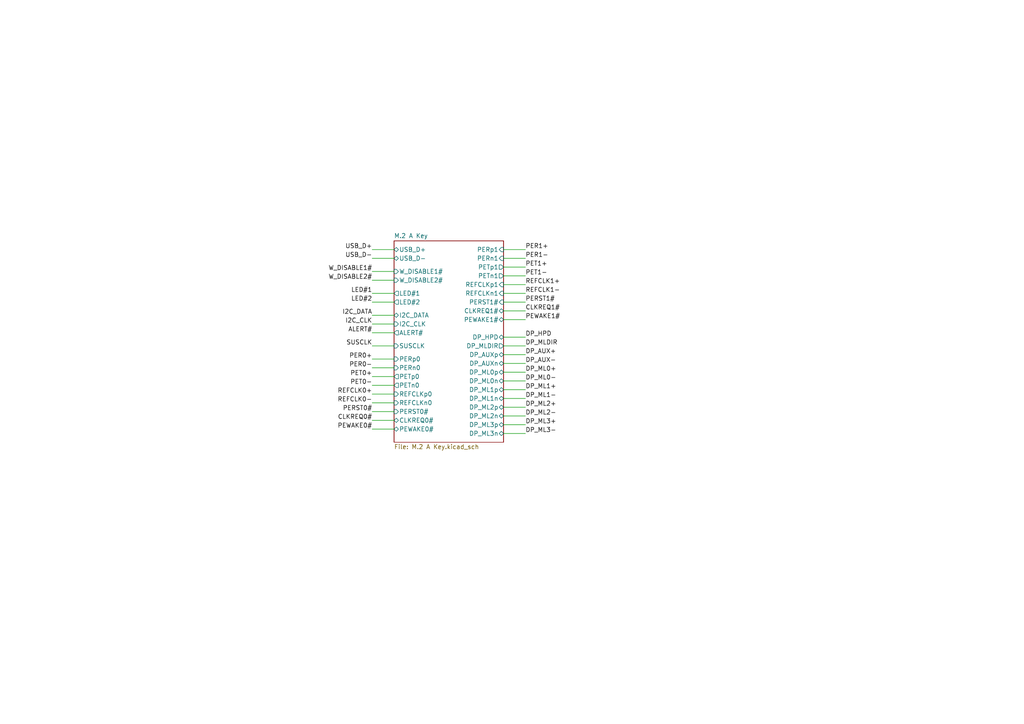
<source format=kicad_sch>
(kicad_sch
	(version 20250114)
	(generator "eeschema")
	(generator_version "9.0")
	(uuid "5de9800e-b95b-4308-b91f-acb238a29bf8")
	(paper "A4")
	(lib_symbols)
	(wire
		(pts
			(xy 107.95 78.74) (xy 114.3 78.74)
		)
		(stroke
			(width 0)
			(type default)
		)
		(uuid "030c815f-1450-461f-bf9a-d17e551d1aa7")
	)
	(wire
		(pts
			(xy 146.05 80.01) (xy 152.4 80.01)
		)
		(stroke
			(width 0)
			(type default)
		)
		(uuid "0667aeaf-7739-42fa-ae6d-20fcb1bd3f73")
	)
	(wire
		(pts
			(xy 146.05 125.73) (xy 152.4 125.73)
		)
		(stroke
			(width 0)
			(type default)
		)
		(uuid "0a07f5c2-891b-487a-b663-809c33fc3a7c")
	)
	(wire
		(pts
			(xy 107.95 111.76) (xy 114.3 111.76)
		)
		(stroke
			(width 0)
			(type default)
		)
		(uuid "0b05ea68-eaed-4299-8dc8-6d16cbc18423")
	)
	(wire
		(pts
			(xy 146.05 90.17) (xy 152.4 90.17)
		)
		(stroke
			(width 0)
			(type default)
		)
		(uuid "0d009fe0-ad07-47ce-b02d-11a28aa14b07")
	)
	(wire
		(pts
			(xy 146.05 123.19) (xy 152.4 123.19)
		)
		(stroke
			(width 0)
			(type default)
		)
		(uuid "0f0fe62d-af46-4f60-bb41-4896bb9abb28")
	)
	(wire
		(pts
			(xy 107.95 93.98) (xy 114.3 93.98)
		)
		(stroke
			(width 0)
			(type default)
		)
		(uuid "1044014d-87a8-4f81-9950-ad656c1d655d")
	)
	(wire
		(pts
			(xy 146.05 74.93) (xy 152.4 74.93)
		)
		(stroke
			(width 0)
			(type default)
		)
		(uuid "1faca7f9-b5c4-42dc-a502-d1471014c734")
	)
	(wire
		(pts
			(xy 146.05 120.65) (xy 152.4 120.65)
		)
		(stroke
			(width 0)
			(type default)
		)
		(uuid "2ff9a37f-0134-498b-ba41-376dee038ce3")
	)
	(wire
		(pts
			(xy 146.05 102.87) (xy 152.4 102.87)
		)
		(stroke
			(width 0)
			(type default)
		)
		(uuid "2ffc093b-24c5-48b7-8422-f5e154635e74")
	)
	(wire
		(pts
			(xy 107.95 87.63) (xy 114.3 87.63)
		)
		(stroke
			(width 0)
			(type default)
		)
		(uuid "41a12358-f205-412d-9a37-6a2dee9027f7")
	)
	(wire
		(pts
			(xy 107.95 81.28) (xy 114.3 81.28)
		)
		(stroke
			(width 0)
			(type default)
		)
		(uuid "4b02b699-6f1a-40a4-89ec-d7811364e930")
	)
	(wire
		(pts
			(xy 107.95 109.22) (xy 114.3 109.22)
		)
		(stroke
			(width 0)
			(type default)
		)
		(uuid "569a3940-e7f0-483e-844d-0b17eedb25ea")
	)
	(wire
		(pts
			(xy 107.95 72.39) (xy 114.3 72.39)
		)
		(stroke
			(width 0)
			(type default)
		)
		(uuid "600cbdaa-5ce5-4ccd-ad5d-7c2066abfd96")
	)
	(wire
		(pts
			(xy 146.05 105.41) (xy 152.4 105.41)
		)
		(stroke
			(width 0)
			(type default)
		)
		(uuid "60b9c6e4-35d1-40be-8f99-ca993f57e240")
	)
	(wire
		(pts
			(xy 107.95 104.14) (xy 114.3 104.14)
		)
		(stroke
			(width 0)
			(type default)
		)
		(uuid "6a454050-252b-4baa-ac62-f4ea59ec6f48")
	)
	(wire
		(pts
			(xy 107.95 121.92) (xy 114.3 121.92)
		)
		(stroke
			(width 0)
			(type default)
		)
		(uuid "73480247-c292-42ef-8a5e-13f026284d7d")
	)
	(wire
		(pts
			(xy 107.95 119.38) (xy 114.3 119.38)
		)
		(stroke
			(width 0)
			(type default)
		)
		(uuid "84684fc5-a802-4d60-bfe5-cb0b387ccf6a")
	)
	(wire
		(pts
			(xy 107.95 106.68) (xy 114.3 106.68)
		)
		(stroke
			(width 0)
			(type default)
		)
		(uuid "94a99751-cb79-476e-8ed0-773f3285a3d7")
	)
	(wire
		(pts
			(xy 146.05 82.55) (xy 152.4 82.55)
		)
		(stroke
			(width 0)
			(type default)
		)
		(uuid "9bc9838a-e063-4f52-9bd7-c253e5ec545d")
	)
	(wire
		(pts
			(xy 107.95 91.44) (xy 114.3 91.44)
		)
		(stroke
			(width 0)
			(type default)
		)
		(uuid "9bf8e698-d845-4306-bec8-502c915b4103")
	)
	(wire
		(pts
			(xy 146.05 77.47) (xy 152.4 77.47)
		)
		(stroke
			(width 0)
			(type default)
		)
		(uuid "a5dff383-13d6-46b1-a3c2-3f41e4c8ff2f")
	)
	(wire
		(pts
			(xy 146.05 72.39) (xy 152.4 72.39)
		)
		(stroke
			(width 0)
			(type default)
		)
		(uuid "a6d83646-da0b-4a04-8ec5-6293ae8d385c")
	)
	(wire
		(pts
			(xy 146.05 87.63) (xy 152.4 87.63)
		)
		(stroke
			(width 0)
			(type default)
		)
		(uuid "a75acd46-f006-4591-9c96-f0ccd0262df9")
	)
	(wire
		(pts
			(xy 146.05 118.11) (xy 152.4 118.11)
		)
		(stroke
			(width 0)
			(type default)
		)
		(uuid "a7d20ad0-87ac-4037-bd06-7fbfcfeec7ad")
	)
	(wire
		(pts
			(xy 107.95 100.33) (xy 114.3 100.33)
		)
		(stroke
			(width 0)
			(type default)
		)
		(uuid "b2321056-9c07-423d-b8eb-41fa672636f0")
	)
	(wire
		(pts
			(xy 146.05 92.71) (xy 152.4 92.71)
		)
		(stroke
			(width 0)
			(type default)
		)
		(uuid "c03687d9-2a69-44f9-a6a9-bd4920368ff8")
	)
	(wire
		(pts
			(xy 107.95 124.46) (xy 114.3 124.46)
		)
		(stroke
			(width 0)
			(type default)
		)
		(uuid "caca7d96-39cb-4ba6-90fa-9861bc891f42")
	)
	(wire
		(pts
			(xy 146.05 113.03) (xy 152.4 113.03)
		)
		(stroke
			(width 0)
			(type default)
		)
		(uuid "cf9743d3-0681-4c0a-9c83-a22f3858db43")
	)
	(wire
		(pts
			(xy 107.95 74.93) (xy 114.3 74.93)
		)
		(stroke
			(width 0)
			(type default)
		)
		(uuid "d1eeb157-bb25-4832-a3d1-eac420ef7523")
	)
	(wire
		(pts
			(xy 146.05 115.57) (xy 152.4 115.57)
		)
		(stroke
			(width 0)
			(type default)
		)
		(uuid "d58f2057-bb2f-4e53-b11b-eb50b794937b")
	)
	(wire
		(pts
			(xy 146.05 100.33) (xy 152.4 100.33)
		)
		(stroke
			(width 0)
			(type default)
		)
		(uuid "d5d6e5ce-f742-46c6-a644-230bbe1271e3")
	)
	(wire
		(pts
			(xy 146.05 110.49) (xy 152.4 110.49)
		)
		(stroke
			(width 0)
			(type default)
		)
		(uuid "e2b48ddf-b891-45bb-8842-5511ab9a5196")
	)
	(wire
		(pts
			(xy 107.95 85.09) (xy 114.3 85.09)
		)
		(stroke
			(width 0)
			(type default)
		)
		(uuid "e9fb6767-0d13-44dd-a367-640a186dc76e")
	)
	(wire
		(pts
			(xy 107.95 116.84) (xy 114.3 116.84)
		)
		(stroke
			(width 0)
			(type default)
		)
		(uuid "ed7039ab-b41d-4848-b947-bc2874fd1159")
	)
	(wire
		(pts
			(xy 107.95 114.3) (xy 114.3 114.3)
		)
		(stroke
			(width 0)
			(type default)
		)
		(uuid "f11ade37-6107-4767-9770-e2786af3e859")
	)
	(wire
		(pts
			(xy 146.05 85.09) (xy 152.4 85.09)
		)
		(stroke
			(width 0)
			(type default)
		)
		(uuid "f5348d6c-ee23-49aa-a10d-d4eb645f5a1f")
	)
	(wire
		(pts
			(xy 107.95 96.52) (xy 114.3 96.52)
		)
		(stroke
			(width 0)
			(type default)
		)
		(uuid "f67b9a54-49d9-4980-85d2-de7993bf9a6b")
	)
	(wire
		(pts
			(xy 146.05 107.95) (xy 152.4 107.95)
		)
		(stroke
			(width 0)
			(type default)
		)
		(uuid "f6842410-05b0-4259-bb46-55e7aa0497f9")
	)
	(wire
		(pts
			(xy 146.05 97.79) (xy 152.4 97.79)
		)
		(stroke
			(width 0)
			(type default)
		)
		(uuid "fcf8c6e7-0e24-4a60-bbda-6955f9eec7ba")
	)
	(label "USB_D-"
		(at 107.95 74.93 180)
		(effects
			(font
				(size 1.27 1.27)
			)
			(justify right bottom)
		)
		(uuid "199c4d27-a6dd-4b7b-a487-8bce6bccf1a7")
	)
	(label "PER1+"
		(at 152.4 72.39 0)
		(effects
			(font
				(size 1.27 1.27)
			)
			(justify left bottom)
		)
		(uuid "2d0f8346-7810-4d8a-be0b-7492de57e4fa")
	)
	(label "PERST0#"
		(at 107.95 119.38 180)
		(effects
			(font
				(size 1.27 1.27)
			)
			(justify right bottom)
		)
		(uuid "47353b0a-9929-4e21-8197-f2d203935414")
	)
	(label "DP_HPD"
		(at 152.4 97.79 0)
		(effects
			(font
				(size 1.27 1.27)
			)
			(justify left bottom)
		)
		(uuid "5ed120e4-eb54-40be-a333-abda9bd6cb6c")
	)
	(label "DP_ML2-"
		(at 152.4 120.65 0)
		(effects
			(font
				(size 1.27 1.27)
			)
			(justify left bottom)
		)
		(uuid "5f698fd0-1303-493a-a5dd-e3c45fdb72c8")
	)
	(label "REFCLK0+"
		(at 107.95 114.3 180)
		(effects
			(font
				(size 1.27 1.27)
			)
			(justify right bottom)
		)
		(uuid "6a3a9257-7f1d-4b63-b814-732e0a11aefb")
	)
	(label "DP_ML3+"
		(at 152.4 123.19 0)
		(effects
			(font
				(size 1.27 1.27)
			)
			(justify left bottom)
		)
		(uuid "6b8da734-579a-442b-bbfe-f628d11b5983")
	)
	(label "SUSCLK"
		(at 107.95 100.33 180)
		(effects
			(font
				(size 1.27 1.27)
			)
			(justify right bottom)
		)
		(uuid "6e253d34-2b63-490b-9a51-9b0eab9b99e7")
	)
	(label "PER0+"
		(at 107.95 104.14 180)
		(effects
			(font
				(size 1.27 1.27)
			)
			(justify right bottom)
		)
		(uuid "6f5b7f49-655f-4f66-9db6-bcc4c85820be")
	)
	(label "PERST1#"
		(at 152.4 87.63 0)
		(effects
			(font
				(size 1.27 1.27)
			)
			(justify left bottom)
		)
		(uuid "72b95c65-dee5-4b29-bf70-81252ca7d55a")
	)
	(label "PET1+"
		(at 152.4 77.47 0)
		(effects
			(font
				(size 1.27 1.27)
			)
			(justify left bottom)
		)
		(uuid "776029d8-5875-415f-83b5-9ef5a80db42e")
	)
	(label "I2C_DATA"
		(at 107.95 91.44 180)
		(effects
			(font
				(size 1.27 1.27)
			)
			(justify right bottom)
		)
		(uuid "77b176c6-19ef-4161-a334-d880fa059286")
	)
	(label "PET0-"
		(at 107.95 111.76 180)
		(effects
			(font
				(size 1.27 1.27)
			)
			(justify right bottom)
		)
		(uuid "80a4fcb0-03ae-4e91-bbd5-8295e7464e03")
	)
	(label "CLKREQ1#"
		(at 152.4 90.17 0)
		(effects
			(font
				(size 1.27 1.27)
			)
			(justify left bottom)
		)
		(uuid "85b446e4-08b0-4b81-836b-9096dfff72b1")
	)
	(label "W_DISABLE2#"
		(at 107.95 81.28 180)
		(effects
			(font
				(size 1.27 1.27)
			)
			(justify right bottom)
		)
		(uuid "958746f8-ebcc-477b-b548-3fbc44694677")
	)
	(label "DP_ML3-"
		(at 152.4 125.73 0)
		(effects
			(font
				(size 1.27 1.27)
			)
			(justify left bottom)
		)
		(uuid "98fb403b-0692-4dd7-a700-f73219626675")
	)
	(label "PET0+"
		(at 107.95 109.22 180)
		(effects
			(font
				(size 1.27 1.27)
			)
			(justify right bottom)
		)
		(uuid "a1afaab7-4c78-46da-bce1-faf52840ee6a")
	)
	(label "PER1-"
		(at 152.4 74.93 0)
		(effects
			(font
				(size 1.27 1.27)
			)
			(justify left bottom)
		)
		(uuid "aa208605-b440-471c-b280-5ca6a36d4398")
	)
	(label "DP_ML1-"
		(at 152.4 115.57 0)
		(effects
			(font
				(size 1.27 1.27)
			)
			(justify left bottom)
		)
		(uuid "ab0d76b4-e6c3-439a-94b3-714b9dcf0dd3")
	)
	(label "ALERT#"
		(at 107.95 96.52 180)
		(effects
			(font
				(size 1.27 1.27)
			)
			(justify right bottom)
		)
		(uuid "af2591f8-e67c-45b6-839d-64b996a48096")
	)
	(label "REFCLK0-"
		(at 107.95 116.84 180)
		(effects
			(font
				(size 1.27 1.27)
			)
			(justify right bottom)
		)
		(uuid "b1d60f18-063e-4044-94ed-3c09cd6d4a36")
	)
	(label "DP_MLDIR"
		(at 152.4 100.33 0)
		(effects
			(font
				(size 1.27 1.27)
			)
			(justify left bottom)
		)
		(uuid "b83242f3-6638-4088-8b98-ca7e1e09d1b8")
	)
	(label "DP_ML1+"
		(at 152.4 113.03 0)
		(effects
			(font
				(size 1.27 1.27)
			)
			(justify left bottom)
		)
		(uuid "c08e0cc3-3b20-43a5-a2e4-78d36abb9137")
	)
	(label "DP_ML2+"
		(at 152.4 118.11 0)
		(effects
			(font
				(size 1.27 1.27)
			)
			(justify left bottom)
		)
		(uuid "c15cd7f0-c9c7-4892-b5ce-c9be65090fa8")
	)
	(label "DP_ML0+"
		(at 152.4 107.95 0)
		(effects
			(font
				(size 1.27 1.27)
			)
			(justify left bottom)
		)
		(uuid "c33f37f4-6bf8-4e51-94b4-c67d1acd473b")
	)
	(label "PEWAKE1#"
		(at 152.4 92.71 0)
		(effects
			(font
				(size 1.27 1.27)
			)
			(justify left bottom)
		)
		(uuid "c35840d2-2028-4290-9122-1e612e82eedc")
	)
	(label "PER0-"
		(at 107.95 106.68 180)
		(effects
			(font
				(size 1.27 1.27)
			)
			(justify right bottom)
		)
		(uuid "c90fa48a-e64a-4293-ae10-dc4d34d211c4")
	)
	(label "W_DISABLE1#"
		(at 107.95 78.74 180)
		(effects
			(font
				(size 1.27 1.27)
			)
			(justify right bottom)
		)
		(uuid "d4377747-a30a-4b50-aec6-9a74c17daab6")
	)
	(label "DP_AUX-"
		(at 152.4 105.41 0)
		(effects
			(font
				(size 1.27 1.27)
			)
			(justify left bottom)
		)
		(uuid "d5bb66d0-137b-40d2-90db-bf3a701c1db2")
	)
	(label "LED#2"
		(at 107.95 87.63 180)
		(effects
			(font
				(size 1.27 1.27)
			)
			(justify right bottom)
		)
		(uuid "d683244e-4df8-4d20-91eb-105abcb2a895")
	)
	(label "REFCLK1-"
		(at 152.4 85.09 0)
		(effects
			(font
				(size 1.27 1.27)
			)
			(justify left bottom)
		)
		(uuid "da6be27d-a023-4ffe-a9fd-5be119460e51")
	)
	(label "USB_D+"
		(at 107.95 72.39 180)
		(effects
			(font
				(size 1.27 1.27)
			)
			(justify right bottom)
		)
		(uuid "dd39330f-7269-4b50-a60e-ecc1078b871c")
	)
	(label "PET1-"
		(at 152.4 80.01 0)
		(effects
			(font
				(size 1.27 1.27)
			)
			(justify left bottom)
		)
		(uuid "df4eaaf8-d6cc-4cae-9159-3c512e5d9cbf")
	)
	(label "CLKREQ0#"
		(at 107.95 121.92 180)
		(effects
			(font
				(size 1.27 1.27)
			)
			(justify right bottom)
		)
		(uuid "e29f910e-4162-4db4-9364-32b3a13120c5")
	)
	(label "DP_AUX+"
		(at 152.4 102.87 0)
		(effects
			(font
				(size 1.27 1.27)
			)
			(justify left bottom)
		)
		(uuid "e3bce0fb-e8d5-4d34-85fa-48043265ded4")
	)
	(label "PEWAKE0#"
		(at 107.95 124.46 180)
		(effects
			(font
				(size 1.27 1.27)
			)
			(justify right bottom)
		)
		(uuid "e8a63d1c-e7bc-4ccc-8d06-30e2f208d253")
	)
	(label "REFCLK1+"
		(at 152.4 82.55 0)
		(effects
			(font
				(size 1.27 1.27)
			)
			(justify left bottom)
		)
		(uuid "f0187328-42d8-45f1-bb9f-58bb9e210b76")
	)
	(label "DP_ML0-"
		(at 152.4 110.49 0)
		(effects
			(font
				(size 1.27 1.27)
			)
			(justify left bottom)
		)
		(uuid "f6bc80de-772f-4f70-8925-678e751c0d97")
	)
	(label "LED#1"
		(at 107.95 85.09 180)
		(effects
			(font
				(size 1.27 1.27)
			)
			(justify right bottom)
		)
		(uuid "fc9f47ee-071c-4b40-aae2-cb27344febdd")
	)
	(label "I2C_CLK"
		(at 107.95 93.98 180)
		(effects
			(font
				(size 1.27 1.27)
			)
			(justify right bottom)
		)
		(uuid "fd7b78ce-9779-4786-b249-2cf47f446f96")
	)
	(sheet
		(at 114.3 69.85)
		(size 31.75 58.42)
		(exclude_from_sim no)
		(in_bom yes)
		(on_board yes)
		(dnp no)
		(fields_autoplaced yes)
		(stroke
			(width 0.1524)
			(type solid)
		)
		(fill
			(color 0 0 0 0.0000)
		)
		(uuid "cc3f7226-2d92-4cf1-94ff-a54a17db1034")
		(property "Sheetname" "M.2 A Key"
			(at 114.3 69.1384 0)
			(effects
				(font
					(size 1.27 1.27)
				)
				(justify left bottom)
			)
		)
		(property "Sheetfile" "M.2 A Key.kicad_sch"
			(at 114.3 128.8546 0)
			(effects
				(font
					(size 1.27 1.27)
				)
				(justify left top)
			)
		)
		(pin "USB_D+" bidirectional
			(at 114.3 72.39 180)
			(uuid "f84c419a-69b8-4468-aeb1-3ebd9daf920c")
			(effects
				(font
					(size 1.27 1.27)
				)
				(justify left)
			)
		)
		(pin "USB_D-" bidirectional
			(at 114.3 74.93 180)
			(uuid "4d78d42c-1959-45a5-90dc-ff0d3b83486a")
			(effects
				(font
					(size 1.27 1.27)
				)
				(justify left)
			)
		)
		(pin "W_DISABLE1#" input
			(at 114.3 78.74 180)
			(uuid "641529f7-0164-42f0-9672-5dd968498808")
			(effects
				(font
					(size 1.27 1.27)
				)
				(justify left)
			)
		)
		(pin "W_DISABLE2#" input
			(at 114.3 81.28 180)
			(uuid "65542ac0-d3fe-46da-9c3f-06da5bc80a88")
			(effects
				(font
					(size 1.27 1.27)
				)
				(justify left)
			)
		)
		(pin "LED#1" output
			(at 114.3 85.09 180)
			(uuid "6bf14b6a-a44d-4543-805c-6a964b4fd23e")
			(effects
				(font
					(size 1.27 1.27)
				)
				(justify left)
			)
		)
		(pin "LED#2" output
			(at 114.3 87.63 180)
			(uuid "7ec271ac-ecc0-4837-92c6-849d19eb79e1")
			(effects
				(font
					(size 1.27 1.27)
				)
				(justify left)
			)
		)
		(pin "I2C_DATA" bidirectional
			(at 114.3 91.44 180)
			(uuid "8844b8b0-2f65-45cc-9e66-96c57f704772")
			(effects
				(font
					(size 1.27 1.27)
				)
				(justify left)
			)
		)
		(pin "I2C_CLK" input
			(at 114.3 93.98 180)
			(uuid "f8c512e6-88df-468a-b717-acfe5a3d2fe2")
			(effects
				(font
					(size 1.27 1.27)
				)
				(justify left)
			)
		)
		(pin "ALERT#" output
			(at 114.3 96.52 180)
			(uuid "ebbba2fb-2250-4150-8709-f418916bdbef")
			(effects
				(font
					(size 1.27 1.27)
				)
				(justify left)
			)
		)
		(pin "SUSCLK" input
			(at 114.3 100.33 180)
			(uuid "b0f3253e-93b1-4fb0-a812-6c1095e2ca29")
			(effects
				(font
					(size 1.27 1.27)
				)
				(justify left)
			)
		)
		(pin "PERp0" input
			(at 114.3 104.14 180)
			(uuid "c2cbe126-dfee-4689-967f-f4d4218c4ecd")
			(effects
				(font
					(size 1.27 1.27)
				)
				(justify left)
			)
		)
		(pin "PERn0" input
			(at 114.3 106.68 180)
			(uuid "eb7c17b4-651a-4ecb-8e78-70c8bb907991")
			(effects
				(font
					(size 1.27 1.27)
				)
				(justify left)
			)
		)
		(pin "PERST0#" input
			(at 114.3 119.38 180)
			(uuid "60bd48a6-0763-4580-9504-54fb295e9ca2")
			(effects
				(font
					(size 1.27 1.27)
				)
				(justify left)
			)
		)
		(pin "CLKREQ0#" bidirectional
			(at 114.3 121.92 180)
			(uuid "de655bd9-1ca4-40d4-b820-5e0b068472d0")
			(effects
				(font
					(size 1.27 1.27)
				)
				(justify left)
			)
		)
		(pin "PETn0" output
			(at 114.3 111.76 180)
			(uuid "f364b8aa-a021-442e-a137-f473b95bf00a")
			(effects
				(font
					(size 1.27 1.27)
				)
				(justify left)
			)
		)
		(pin "PETp0" output
			(at 114.3 109.22 180)
			(uuid "a0fea2fa-bc1e-4671-be7c-6c8f83faa7b7")
			(effects
				(font
					(size 1.27 1.27)
				)
				(justify left)
			)
		)
		(pin "REFCLKp0" input
			(at 114.3 114.3 180)
			(uuid "650ae9f3-624a-4551-a933-1f190c8f39bd")
			(effects
				(font
					(size 1.27 1.27)
				)
				(justify left)
			)
		)
		(pin "PEWAKE0#" bidirectional
			(at 114.3 124.46 180)
			(uuid "b1507a16-36ba-4b8d-b238-ebf62d3a0686")
			(effects
				(font
					(size 1.27 1.27)
				)
				(justify left)
			)
		)
		(pin "REFCLKn0" input
			(at 114.3 116.84 180)
			(uuid "15889858-3b41-41f8-81bf-37604165656a")
			(effects
				(font
					(size 1.27 1.27)
				)
				(justify left)
			)
		)
		(pin "PEWAKE1#" bidirectional
			(at 146.05 92.71 0)
			(uuid "76fcf617-7bc1-4fa4-9eb4-99e94a233f69")
			(effects
				(font
					(size 1.27 1.27)
				)
				(justify right)
			)
		)
		(pin "PETp1" output
			(at 146.05 77.47 0)
			(uuid "ba7dd049-69a1-4d67-9398-4b1aa871c4ab")
			(effects
				(font
					(size 1.27 1.27)
				)
				(justify right)
			)
		)
		(pin "PERn1" input
			(at 146.05 74.93 0)
			(uuid "29c74c87-8e0f-4795-bed8-df35ed9fd605")
			(effects
				(font
					(size 1.27 1.27)
				)
				(justify right)
			)
		)
		(pin "REFCLKp1" input
			(at 146.05 82.55 0)
			(uuid "ee84adeb-8495-4af9-b0ab-0db8464bda4a")
			(effects
				(font
					(size 1.27 1.27)
				)
				(justify right)
			)
		)
		(pin "PERp1" input
			(at 146.05 72.39 0)
			(uuid "5789e2c4-654e-4038-866f-4d3627a0922f")
			(effects
				(font
					(size 1.27 1.27)
				)
				(justify right)
			)
		)
		(pin "PETn1" output
			(at 146.05 80.01 0)
			(uuid "9b8326b4-b6a0-4ce0-bace-41ddd15164e3")
			(effects
				(font
					(size 1.27 1.27)
				)
				(justify right)
			)
		)
		(pin "REFCLKn1" input
			(at 146.05 85.09 0)
			(uuid "44fc6b26-0abc-45ea-bb6e-4cc822d0a63f")
			(effects
				(font
					(size 1.27 1.27)
				)
				(justify right)
			)
		)
		(pin "PERST1#" input
			(at 146.05 87.63 0)
			(uuid "a46ce9bf-3804-4739-9037-576039b50b91")
			(effects
				(font
					(size 1.27 1.27)
				)
				(justify right)
			)
		)
		(pin "CLKREQ1#" bidirectional
			(at 146.05 90.17 0)
			(uuid "259aacc6-a2a2-4732-a1ec-20a35b66059a")
			(effects
				(font
					(size 1.27 1.27)
				)
				(justify right)
			)
		)
		(pin "DP_HPD" bidirectional
			(at 146.05 97.79 0)
			(uuid "d6fcadf1-6321-4fde-8939-826f097004d6")
			(effects
				(font
					(size 1.27 1.27)
				)
				(justify right)
			)
		)
		(pin "DP_MLDIR" output
			(at 146.05 100.33 0)
			(uuid "eaaa4798-9b5b-4e5b-95b9-488077dc0b54")
			(effects
				(font
					(size 1.27 1.27)
				)
				(justify right)
			)
		)
		(pin "DP_AUXp" bidirectional
			(at 146.05 102.87 0)
			(uuid "833820e6-b18e-4ee7-8702-45542210784c")
			(effects
				(font
					(size 1.27 1.27)
				)
				(justify right)
			)
		)
		(pin "DP_AUXn" bidirectional
			(at 146.05 105.41 0)
			(uuid "0f872159-8ad4-4de9-8c81-e1e9b057034b")
			(effects
				(font
					(size 1.27 1.27)
				)
				(justify right)
			)
		)
		(pin "DP_ML0n" bidirectional
			(at 146.05 110.49 0)
			(uuid "334a1038-e679-4c5c-a77a-514cdfc48004")
			(effects
				(font
					(size 1.27 1.27)
				)
				(justify right)
			)
		)
		(pin "DP_ML0p" bidirectional
			(at 146.05 107.95 0)
			(uuid "3d695d19-abe4-4c83-9d40-8d1f16a2067d")
			(effects
				(font
					(size 1.27 1.27)
				)
				(justify right)
			)
		)
		(pin "DP_ML1p" bidirectional
			(at 146.05 113.03 0)
			(uuid "a3301820-9d01-4a8e-aad3-9ab9c9453004")
			(effects
				(font
					(size 1.27 1.27)
				)
				(justify right)
			)
		)
		(pin "DP_ML1n" bidirectional
			(at 146.05 115.57 0)
			(uuid "cb6e5b6e-c552-48ad-8511-8abd91fba5b7")
			(effects
				(font
					(size 1.27 1.27)
				)
				(justify right)
			)
		)
		(pin "DP_ML2p" bidirectional
			(at 146.05 118.11 0)
			(uuid "0d932945-ea29-4d7c-a8d0-32338035d3f1")
			(effects
				(font
					(size 1.27 1.27)
				)
				(justify right)
			)
		)
		(pin "DP_ML2n" bidirectional
			(at 146.05 120.65 0)
			(uuid "3663b36a-91bf-4084-8652-d783037947d0")
			(effects
				(font
					(size 1.27 1.27)
				)
				(justify right)
			)
		)
		(pin "DP_ML3p" bidirectional
			(at 146.05 123.19 0)
			(uuid "7f884693-f310-43e7-9061-b97ddafe127d")
			(effects
				(font
					(size 1.27 1.27)
				)
				(justify right)
			)
		)
		(pin "DP_ML3n" bidirectional
			(at 146.05 125.73 0)
			(uuid "38d1d802-3521-4db7-bb2e-49c2031812b7")
			(effects
				(font
					(size 1.27 1.27)
				)
				(justify right)
			)
		)
		(instances
			(project "M.2 A Key 2280"
				(path "/5de9800e-b95b-4308-b91f-acb238a29bf8"
					(page "2")
				)
			)
		)
	)
	(sheet_instances
		(path "/"
			(page "1")
		)
	)
	(embedded_fonts no)
)

</source>
